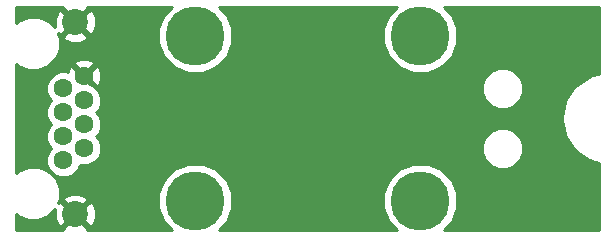
<source format=gbr>
G04 #@! TF.FileFunction,Copper,L2,Bot,Signal*
%FSLAX46Y46*%
G04 Gerber Fmt 4.6, Leading zero omitted, Abs format (unit mm)*
G04 Created by KiCad (PCBNEW 4.0.7) date 03/31/18 19:26:29*
%MOMM*%
%LPD*%
G01*
G04 APERTURE LIST*
%ADD10C,0.150000*%
%ADD11C,2.200000*%
%ADD12C,1.600000*%
%ADD13C,5.000000*%
%ADD14C,0.254000*%
G04 APERTURE END LIST*
D10*
D11*
X31112000Y-27430000D03*
X31112000Y-43690000D03*
D12*
X30092000Y-35060000D03*
X30092000Y-37090000D03*
X31872000Y-34030000D03*
X31872000Y-36060000D03*
X31872000Y-32000000D03*
X30092000Y-33030000D03*
X31872000Y-38090000D03*
X30092000Y-39120000D03*
D13*
X60325000Y-42545000D03*
X41275000Y-28575000D03*
X60325000Y-28575000D03*
X41275000Y-42545000D03*
D14*
G36*
X30066737Y-26205132D02*
X31112000Y-27250395D01*
X32157263Y-26205132D01*
X32119206Y-26110000D01*
X39306873Y-26110000D01*
X38618826Y-26796847D01*
X38140546Y-27948674D01*
X38139457Y-29195854D01*
X38615727Y-30348515D01*
X39496847Y-31231174D01*
X40648674Y-31709454D01*
X41895854Y-31710543D01*
X43048515Y-31234273D01*
X43931174Y-30353153D01*
X44409454Y-29201326D01*
X44410543Y-27954146D01*
X43934273Y-26801485D01*
X43243994Y-26110000D01*
X58356873Y-26110000D01*
X57668826Y-26796847D01*
X57190546Y-27948674D01*
X57189457Y-29195854D01*
X57665727Y-30348515D01*
X58546847Y-31231174D01*
X59698674Y-31709454D01*
X60945854Y-31710543D01*
X62098515Y-31234273D01*
X62981174Y-30353153D01*
X63459454Y-29201326D01*
X63460543Y-27954146D01*
X62984273Y-26801485D01*
X62293994Y-26110000D01*
X75490000Y-26110000D01*
X75490000Y-31802318D01*
X74846466Y-31930324D01*
X74701079Y-31990546D01*
X74590525Y-32036339D01*
X73560481Y-32724593D01*
X73364593Y-32920481D01*
X72676340Y-33950524D01*
X72676339Y-33950525D01*
X72570324Y-34206466D01*
X72328642Y-35421486D01*
X72328643Y-35560000D01*
X72328642Y-35698514D01*
X72570324Y-36913534D01*
X72651168Y-37108707D01*
X72676339Y-37169475D01*
X73364593Y-38199519D01*
X73560481Y-38395407D01*
X74590525Y-39083661D01*
X74665489Y-39114712D01*
X74846466Y-39189676D01*
X75490000Y-39317682D01*
X75490000Y-45010000D01*
X62293127Y-45010000D01*
X62981174Y-44323153D01*
X63459454Y-43171326D01*
X63460543Y-41924146D01*
X62984273Y-40771485D01*
X62103153Y-39888826D01*
X60951326Y-39410546D01*
X59704146Y-39409457D01*
X58551485Y-39885727D01*
X57668826Y-40766847D01*
X57190546Y-41918674D01*
X57189457Y-43165854D01*
X57665727Y-44318515D01*
X58356006Y-45010000D01*
X43243127Y-45010000D01*
X43931174Y-44323153D01*
X44409454Y-43171326D01*
X44410543Y-41924146D01*
X43934273Y-40771485D01*
X43053153Y-39888826D01*
X41901326Y-39410546D01*
X40654146Y-39409457D01*
X39501485Y-39885727D01*
X38618826Y-40766847D01*
X38140546Y-41918674D01*
X38139457Y-43165854D01*
X38615727Y-44318515D01*
X39306006Y-45010000D01*
X32119206Y-45010000D01*
X32157263Y-44914868D01*
X31112000Y-43869605D01*
X30066737Y-44914868D01*
X30104794Y-45010000D01*
X26110000Y-45010000D01*
X26110000Y-43664397D01*
X26270141Y-43824818D01*
X27100486Y-44169607D01*
X27999570Y-44170391D01*
X28830515Y-43827052D01*
X29432900Y-43225717D01*
X29366677Y-43401593D01*
X29389164Y-44091453D01*
X29609901Y-44624359D01*
X29887132Y-44735263D01*
X30932395Y-43690000D01*
X31291605Y-43690000D01*
X32336868Y-44735263D01*
X32614099Y-44624359D01*
X32857323Y-43978407D01*
X32834836Y-43288547D01*
X32614099Y-42755641D01*
X32336868Y-42644737D01*
X31291605Y-43690000D01*
X30932395Y-43690000D01*
X29887132Y-42644737D01*
X29655531Y-42737387D01*
X29768581Y-42465132D01*
X30066737Y-42465132D01*
X31112000Y-43510395D01*
X32157263Y-42465132D01*
X32046359Y-42187901D01*
X31400407Y-41944677D01*
X30710547Y-41967164D01*
X30177641Y-42187901D01*
X30066737Y-42465132D01*
X29768581Y-42465132D01*
X29811607Y-42361514D01*
X29812391Y-41462430D01*
X29469052Y-40631485D01*
X28833859Y-39995182D01*
X28003514Y-39650393D01*
X27104430Y-39649609D01*
X26273485Y-39992948D01*
X26110000Y-40156148D01*
X26110000Y-33314187D01*
X28656752Y-33314187D01*
X28874757Y-33841800D01*
X29077603Y-34045001D01*
X28876176Y-34246077D01*
X28657250Y-34773309D01*
X28656752Y-35344187D01*
X28874757Y-35871800D01*
X29077603Y-36075001D01*
X28876176Y-36276077D01*
X28657250Y-36803309D01*
X28656752Y-37374187D01*
X28874757Y-37901800D01*
X29077603Y-38105001D01*
X28876176Y-38306077D01*
X28657250Y-38833309D01*
X28656752Y-39404187D01*
X28874757Y-39931800D01*
X29278077Y-40335824D01*
X29805309Y-40554750D01*
X30376187Y-40555248D01*
X30903800Y-40337243D01*
X31307824Y-39933923D01*
X31493549Y-39486648D01*
X31585309Y-39524750D01*
X32156187Y-39525248D01*
X32683800Y-39307243D01*
X33087824Y-38903923D01*
X33278967Y-38443599D01*
X65574699Y-38443599D01*
X65838281Y-39081515D01*
X66325918Y-39570004D01*
X66963373Y-39834699D01*
X67653599Y-39835301D01*
X68291515Y-39571719D01*
X68780004Y-39084082D01*
X69044699Y-38446627D01*
X69045301Y-37756401D01*
X68781719Y-37118485D01*
X68294082Y-36629996D01*
X67656627Y-36365301D01*
X66966401Y-36364699D01*
X66328485Y-36628281D01*
X65839996Y-37115918D01*
X65575301Y-37753373D01*
X65574699Y-38443599D01*
X33278967Y-38443599D01*
X33306750Y-38376691D01*
X33307248Y-37805813D01*
X33089243Y-37278200D01*
X32886397Y-37074999D01*
X33087824Y-36873923D01*
X33306750Y-36346691D01*
X33307248Y-35775813D01*
X33089243Y-35248200D01*
X32886397Y-35044999D01*
X33087824Y-34843923D01*
X33306750Y-34316691D01*
X33307248Y-33745813D01*
X33149321Y-33363599D01*
X65574699Y-33363599D01*
X65838281Y-34001515D01*
X66325918Y-34490004D01*
X66963373Y-34754699D01*
X67653599Y-34755301D01*
X68291515Y-34491719D01*
X68780004Y-34004082D01*
X69044699Y-33366627D01*
X69045301Y-32676401D01*
X68781719Y-32038485D01*
X68294082Y-31549996D01*
X67656627Y-31285301D01*
X66966401Y-31284699D01*
X66328485Y-31548281D01*
X65839996Y-32035918D01*
X65575301Y-32673373D01*
X65574699Y-33363599D01*
X33149321Y-33363599D01*
X33089243Y-33218200D01*
X32685923Y-32814176D01*
X32379213Y-32686819D01*
X31872000Y-32179605D01*
X31857858Y-32193748D01*
X31678253Y-32014143D01*
X31692395Y-32000000D01*
X32051605Y-32000000D01*
X32879745Y-32828139D01*
X33125864Y-32754005D01*
X33318965Y-32216777D01*
X33291778Y-31646546D01*
X33125864Y-31245995D01*
X32879745Y-31171861D01*
X32051605Y-32000000D01*
X31692395Y-32000000D01*
X30864255Y-31171861D01*
X30618136Y-31245995D01*
X30477807Y-31636406D01*
X30378691Y-31595250D01*
X29807813Y-31594752D01*
X29280200Y-31812757D01*
X28876176Y-32216077D01*
X28657250Y-32743309D01*
X28656752Y-33314187D01*
X26110000Y-33314187D01*
X26110000Y-30964397D01*
X26270141Y-31124818D01*
X27100486Y-31469607D01*
X27999570Y-31470391D01*
X28830515Y-31127052D01*
X28965547Y-30992255D01*
X31043861Y-30992255D01*
X31872000Y-31820395D01*
X32700139Y-30992255D01*
X32626005Y-30746136D01*
X32088777Y-30553035D01*
X31518546Y-30580222D01*
X31117995Y-30746136D01*
X31043861Y-30992255D01*
X28965547Y-30992255D01*
X29466818Y-30491859D01*
X29811607Y-29661514D01*
X29812391Y-28762430D01*
X29767948Y-28654868D01*
X30066737Y-28654868D01*
X30177641Y-28932099D01*
X30823593Y-29175323D01*
X31513453Y-29152836D01*
X32046359Y-28932099D01*
X32157263Y-28654868D01*
X31112000Y-27609605D01*
X30066737Y-28654868D01*
X29767948Y-28654868D01*
X29655439Y-28382576D01*
X29887132Y-28475263D01*
X30932395Y-27430000D01*
X31291605Y-27430000D01*
X32336868Y-28475263D01*
X32614099Y-28364359D01*
X32857323Y-27718407D01*
X32834836Y-27028547D01*
X32614099Y-26495641D01*
X32336868Y-26384737D01*
X31291605Y-27430000D01*
X30932395Y-27430000D01*
X29887132Y-26384737D01*
X29609901Y-26495641D01*
X29366677Y-27141593D01*
X29389164Y-27831453D01*
X29403327Y-27865645D01*
X28833859Y-27295182D01*
X28003514Y-26950393D01*
X27104430Y-26949609D01*
X26273485Y-27292948D01*
X26110000Y-27456148D01*
X26110000Y-26110000D01*
X30104794Y-26110000D01*
X30066737Y-26205132D01*
X30066737Y-26205132D01*
G37*
X30066737Y-26205132D02*
X31112000Y-27250395D01*
X32157263Y-26205132D01*
X32119206Y-26110000D01*
X39306873Y-26110000D01*
X38618826Y-26796847D01*
X38140546Y-27948674D01*
X38139457Y-29195854D01*
X38615727Y-30348515D01*
X39496847Y-31231174D01*
X40648674Y-31709454D01*
X41895854Y-31710543D01*
X43048515Y-31234273D01*
X43931174Y-30353153D01*
X44409454Y-29201326D01*
X44410543Y-27954146D01*
X43934273Y-26801485D01*
X43243994Y-26110000D01*
X58356873Y-26110000D01*
X57668826Y-26796847D01*
X57190546Y-27948674D01*
X57189457Y-29195854D01*
X57665727Y-30348515D01*
X58546847Y-31231174D01*
X59698674Y-31709454D01*
X60945854Y-31710543D01*
X62098515Y-31234273D01*
X62981174Y-30353153D01*
X63459454Y-29201326D01*
X63460543Y-27954146D01*
X62984273Y-26801485D01*
X62293994Y-26110000D01*
X75490000Y-26110000D01*
X75490000Y-31802318D01*
X74846466Y-31930324D01*
X74701079Y-31990546D01*
X74590525Y-32036339D01*
X73560481Y-32724593D01*
X73364593Y-32920481D01*
X72676340Y-33950524D01*
X72676339Y-33950525D01*
X72570324Y-34206466D01*
X72328642Y-35421486D01*
X72328643Y-35560000D01*
X72328642Y-35698514D01*
X72570324Y-36913534D01*
X72651168Y-37108707D01*
X72676339Y-37169475D01*
X73364593Y-38199519D01*
X73560481Y-38395407D01*
X74590525Y-39083661D01*
X74665489Y-39114712D01*
X74846466Y-39189676D01*
X75490000Y-39317682D01*
X75490000Y-45010000D01*
X62293127Y-45010000D01*
X62981174Y-44323153D01*
X63459454Y-43171326D01*
X63460543Y-41924146D01*
X62984273Y-40771485D01*
X62103153Y-39888826D01*
X60951326Y-39410546D01*
X59704146Y-39409457D01*
X58551485Y-39885727D01*
X57668826Y-40766847D01*
X57190546Y-41918674D01*
X57189457Y-43165854D01*
X57665727Y-44318515D01*
X58356006Y-45010000D01*
X43243127Y-45010000D01*
X43931174Y-44323153D01*
X44409454Y-43171326D01*
X44410543Y-41924146D01*
X43934273Y-40771485D01*
X43053153Y-39888826D01*
X41901326Y-39410546D01*
X40654146Y-39409457D01*
X39501485Y-39885727D01*
X38618826Y-40766847D01*
X38140546Y-41918674D01*
X38139457Y-43165854D01*
X38615727Y-44318515D01*
X39306006Y-45010000D01*
X32119206Y-45010000D01*
X32157263Y-44914868D01*
X31112000Y-43869605D01*
X30066737Y-44914868D01*
X30104794Y-45010000D01*
X26110000Y-45010000D01*
X26110000Y-43664397D01*
X26270141Y-43824818D01*
X27100486Y-44169607D01*
X27999570Y-44170391D01*
X28830515Y-43827052D01*
X29432900Y-43225717D01*
X29366677Y-43401593D01*
X29389164Y-44091453D01*
X29609901Y-44624359D01*
X29887132Y-44735263D01*
X30932395Y-43690000D01*
X31291605Y-43690000D01*
X32336868Y-44735263D01*
X32614099Y-44624359D01*
X32857323Y-43978407D01*
X32834836Y-43288547D01*
X32614099Y-42755641D01*
X32336868Y-42644737D01*
X31291605Y-43690000D01*
X30932395Y-43690000D01*
X29887132Y-42644737D01*
X29655531Y-42737387D01*
X29768581Y-42465132D01*
X30066737Y-42465132D01*
X31112000Y-43510395D01*
X32157263Y-42465132D01*
X32046359Y-42187901D01*
X31400407Y-41944677D01*
X30710547Y-41967164D01*
X30177641Y-42187901D01*
X30066737Y-42465132D01*
X29768581Y-42465132D01*
X29811607Y-42361514D01*
X29812391Y-41462430D01*
X29469052Y-40631485D01*
X28833859Y-39995182D01*
X28003514Y-39650393D01*
X27104430Y-39649609D01*
X26273485Y-39992948D01*
X26110000Y-40156148D01*
X26110000Y-33314187D01*
X28656752Y-33314187D01*
X28874757Y-33841800D01*
X29077603Y-34045001D01*
X28876176Y-34246077D01*
X28657250Y-34773309D01*
X28656752Y-35344187D01*
X28874757Y-35871800D01*
X29077603Y-36075001D01*
X28876176Y-36276077D01*
X28657250Y-36803309D01*
X28656752Y-37374187D01*
X28874757Y-37901800D01*
X29077603Y-38105001D01*
X28876176Y-38306077D01*
X28657250Y-38833309D01*
X28656752Y-39404187D01*
X28874757Y-39931800D01*
X29278077Y-40335824D01*
X29805309Y-40554750D01*
X30376187Y-40555248D01*
X30903800Y-40337243D01*
X31307824Y-39933923D01*
X31493549Y-39486648D01*
X31585309Y-39524750D01*
X32156187Y-39525248D01*
X32683800Y-39307243D01*
X33087824Y-38903923D01*
X33278967Y-38443599D01*
X65574699Y-38443599D01*
X65838281Y-39081515D01*
X66325918Y-39570004D01*
X66963373Y-39834699D01*
X67653599Y-39835301D01*
X68291515Y-39571719D01*
X68780004Y-39084082D01*
X69044699Y-38446627D01*
X69045301Y-37756401D01*
X68781719Y-37118485D01*
X68294082Y-36629996D01*
X67656627Y-36365301D01*
X66966401Y-36364699D01*
X66328485Y-36628281D01*
X65839996Y-37115918D01*
X65575301Y-37753373D01*
X65574699Y-38443599D01*
X33278967Y-38443599D01*
X33306750Y-38376691D01*
X33307248Y-37805813D01*
X33089243Y-37278200D01*
X32886397Y-37074999D01*
X33087824Y-36873923D01*
X33306750Y-36346691D01*
X33307248Y-35775813D01*
X33089243Y-35248200D01*
X32886397Y-35044999D01*
X33087824Y-34843923D01*
X33306750Y-34316691D01*
X33307248Y-33745813D01*
X33149321Y-33363599D01*
X65574699Y-33363599D01*
X65838281Y-34001515D01*
X66325918Y-34490004D01*
X66963373Y-34754699D01*
X67653599Y-34755301D01*
X68291515Y-34491719D01*
X68780004Y-34004082D01*
X69044699Y-33366627D01*
X69045301Y-32676401D01*
X68781719Y-32038485D01*
X68294082Y-31549996D01*
X67656627Y-31285301D01*
X66966401Y-31284699D01*
X66328485Y-31548281D01*
X65839996Y-32035918D01*
X65575301Y-32673373D01*
X65574699Y-33363599D01*
X33149321Y-33363599D01*
X33089243Y-33218200D01*
X32685923Y-32814176D01*
X32379213Y-32686819D01*
X31872000Y-32179605D01*
X31857858Y-32193748D01*
X31678253Y-32014143D01*
X31692395Y-32000000D01*
X32051605Y-32000000D01*
X32879745Y-32828139D01*
X33125864Y-32754005D01*
X33318965Y-32216777D01*
X33291778Y-31646546D01*
X33125864Y-31245995D01*
X32879745Y-31171861D01*
X32051605Y-32000000D01*
X31692395Y-32000000D01*
X30864255Y-31171861D01*
X30618136Y-31245995D01*
X30477807Y-31636406D01*
X30378691Y-31595250D01*
X29807813Y-31594752D01*
X29280200Y-31812757D01*
X28876176Y-32216077D01*
X28657250Y-32743309D01*
X28656752Y-33314187D01*
X26110000Y-33314187D01*
X26110000Y-30964397D01*
X26270141Y-31124818D01*
X27100486Y-31469607D01*
X27999570Y-31470391D01*
X28830515Y-31127052D01*
X28965547Y-30992255D01*
X31043861Y-30992255D01*
X31872000Y-31820395D01*
X32700139Y-30992255D01*
X32626005Y-30746136D01*
X32088777Y-30553035D01*
X31518546Y-30580222D01*
X31117995Y-30746136D01*
X31043861Y-30992255D01*
X28965547Y-30992255D01*
X29466818Y-30491859D01*
X29811607Y-29661514D01*
X29812391Y-28762430D01*
X29767948Y-28654868D01*
X30066737Y-28654868D01*
X30177641Y-28932099D01*
X30823593Y-29175323D01*
X31513453Y-29152836D01*
X32046359Y-28932099D01*
X32157263Y-28654868D01*
X31112000Y-27609605D01*
X30066737Y-28654868D01*
X29767948Y-28654868D01*
X29655439Y-28382576D01*
X29887132Y-28475263D01*
X30932395Y-27430000D01*
X31291605Y-27430000D01*
X32336868Y-28475263D01*
X32614099Y-28364359D01*
X32857323Y-27718407D01*
X32834836Y-27028547D01*
X32614099Y-26495641D01*
X32336868Y-26384737D01*
X31291605Y-27430000D01*
X30932395Y-27430000D01*
X29887132Y-26384737D01*
X29609901Y-26495641D01*
X29366677Y-27141593D01*
X29389164Y-27831453D01*
X29403327Y-27865645D01*
X28833859Y-27295182D01*
X28003514Y-26950393D01*
X27104430Y-26949609D01*
X26273485Y-27292948D01*
X26110000Y-27456148D01*
X26110000Y-26110000D01*
X30104794Y-26110000D01*
X30066737Y-26205132D01*
M02*

</source>
